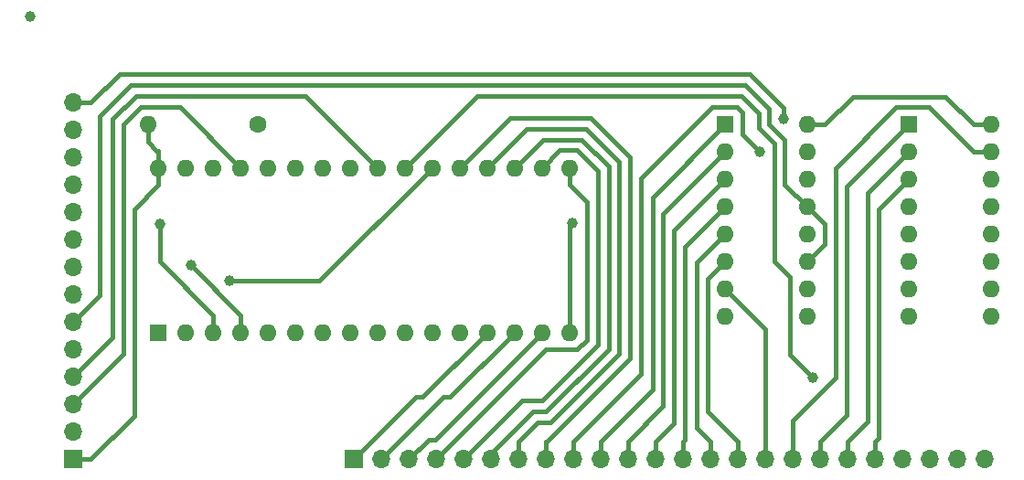
<source format=gbr>
%TF.GenerationSoftware,KiCad,Pcbnew,7.0.2*%
%TF.CreationDate,2023-06-04T12:35:08+01:00*%
%TF.ProjectId,IOCACHE-128K_ZXspectrum_impl_narrow,494f4341-4348-4452-9d31-32384b5f5a58,rev?*%
%TF.SameCoordinates,PX56c8cc0PY510ff40*%
%TF.FileFunction,Copper,L1,Top*%
%TF.FilePolarity,Positive*%
%FSLAX46Y46*%
G04 Gerber Fmt 4.6, Leading zero omitted, Abs format (unit mm)*
G04 Created by KiCad (PCBNEW 7.0.2) date 2023-06-04 12:35:08*
%MOMM*%
%LPD*%
G01*
G04 APERTURE LIST*
%TA.AperFunction,ComponentPad*%
%ADD10R,1.700000X1.700000*%
%TD*%
%TA.AperFunction,ComponentPad*%
%ADD11O,1.700000X1.700000*%
%TD*%
%TA.AperFunction,ComponentPad*%
%ADD12R,1.600000X1.600000*%
%TD*%
%TA.AperFunction,ComponentPad*%
%ADD13O,1.600000X1.600000*%
%TD*%
%TA.AperFunction,ComponentPad*%
%ADD14C,1.600000*%
%TD*%
%TA.AperFunction,ViaPad*%
%ADD15C,1.000000*%
%TD*%
%TA.AperFunction,Conductor*%
%ADD16C,0.400000*%
%TD*%
G04 APERTURE END LIST*
D10*
%TO.P,J1,1,Pin_1*%
%TO.N,+5V*%
X4000000Y-41000000D03*
D11*
%TO.P,J1,2,Pin_2*%
%TO.N,/IOCACHE-128K_ZXspectrum/CACHE_CONTROL.A16*%
X4000000Y-38460000D03*
%TO.P,J1,3,Pin_3*%
%TO.N,/IOCACHE-128K_ZXspectrum/CACHE_CONTROL.WE*%
X4000000Y-35920000D03*
%TO.P,J1,4,Pin_4*%
%TO.N,/IOCACHE-128K_ZXspectrum/CACHE_CONTROL.OE*%
X4000000Y-33380000D03*
%TO.P,J1,5,Pin_5*%
%TO.N,/IOCACHE-128K_ZXspectrum/CACHE_CONTROL.CS*%
X4000000Y-30840000D03*
%TO.P,J1,6,Pin_6*%
%TO.N,/IOCACHE-128K_ZXspectrum/CACHE_CONTROL.DATASTATUS+PERM_Z80_IORQ*%
X4000000Y-28300000D03*
%TO.P,J1,7,Pin_7*%
%TO.N,/IOCACHE-128K_ZXspectrum/Z80_HARDLOCK*%
X4000000Y-25760000D03*
%TO.P,J1,8,Pin_8*%
%TO.N,/IOCACHE-128K_ZXspectrum/CACHE_SEL_0*%
X4000000Y-23220000D03*
%TO.P,J1,9,Pin_9*%
%TO.N,/IOCACHE-128K_ZXspectrum/CACHE_SEL_1*%
X4000000Y-20680000D03*
%TO.P,J1,10,Pin_10*%
%TO.N,/IOCACHE-128K_ZXspectrum/CACHE_SEL_2*%
X4000000Y-18140000D03*
%TO.P,J1,11,Pin_11*%
%TO.N,/IOCACHE-128K_ZXspectrum/CACHE_SEL_3*%
X4000000Y-15600000D03*
%TO.P,J1,12,Pin_12*%
%TO.N,/IOCACHE-128K_ZXspectrum/CACHE_DATASTATUS*%
X4000000Y-13060000D03*
%TO.P,J1,13,Pin_13*%
%TO.N,unconnected-(J1-Pin_13-Pad13)*%
X4000000Y-10520000D03*
%TO.P,J1,14,Pin_14*%
%TO.N,GND*%
X4000000Y-7980000D03*
%TD*%
D12*
%TO.P,IC1,1,Q1*%
%TO.N,/IOCACHE-128K_ZXspectrum/LOCAL_A1*%
X64380000Y-10000000D03*
D13*
%TO.P,IC1,2,Q2*%
%TO.N,/IOCACHE-128K_ZXspectrum/LOCAL_A2*%
X64380000Y-12540000D03*
%TO.P,IC1,3,Q3*%
%TO.N,/IOCACHE-128K_ZXspectrum/LOCAL_A3*%
X64380000Y-15080000D03*
%TO.P,IC1,4,Q4*%
%TO.N,/IOCACHE-128K_ZXspectrum/LOCAL_A4*%
X64380000Y-17620000D03*
%TO.P,IC1,5,Q5*%
%TO.N,/IOCACHE-128K_ZXspectrum/LOCAL_A5*%
X64380000Y-20160000D03*
%TO.P,IC1,6,Q6*%
%TO.N,/IOCACHE-128K_ZXspectrum/LOCAL_A6*%
X64380000Y-22700000D03*
%TO.P,IC1,7,Q7*%
%TO.N,/IOCACHE-128K_ZXspectrum/LOCAL_A7*%
X64380000Y-25240000D03*
%TO.P,IC1,8,GND*%
%TO.N,GND*%
X64380000Y-27780000D03*
%TO.P,IC1,9,~{RCO}*%
%TO.N,Net-(IC1-~{RCO})*%
X72000000Y-27780000D03*
%TO.P,IC1,10,~{MRC}*%
%TO.N,/IOCACHE-128K_ZXspectrum/Z80_HARDLOCK*%
X72000000Y-25240000D03*
%TO.P,IC1,11,CPC*%
%TO.N,/IOCACHE-128K_ZXspectrum/CACHE_CONTROL.DATASTATUS+PERM_Z80_IORQ*%
X72000000Y-22700000D03*
%TO.P,IC1,12,~{CE}*%
%TO.N,/IOCACHE-128K_ZXspectrum/CACHE_DATASTATUS*%
X72000000Y-20160000D03*
%TO.P,IC1,13,CPR*%
%TO.N,/IOCACHE-128K_ZXspectrum/CACHE_CONTROL.DATASTATUS+PERM_Z80_IORQ*%
X72000000Y-17620000D03*
%TO.P,IC1,14,~{OE}*%
%TO.N,/IOCACHE-128K_ZXspectrum/CACHE_DATASTATUS*%
X72000000Y-15080000D03*
%TO.P,IC1,15,Q0*%
%TO.N,/IOCACHE-128K_ZXspectrum/LOCAL_A0*%
X72000000Y-12540000D03*
%TO.P,IC1,16,VCC*%
%TO.N,+5V*%
X72000000Y-10000000D03*
%TD*%
D12*
%TO.P,IC2,1,Q1*%
%TO.N,/IOCACHE-128K_ZXspectrum/LOCAL_A9*%
X81380000Y-10000000D03*
D13*
%TO.P,IC2,2,Q2*%
%TO.N,/IOCACHE-128K_ZXspectrum/LOCAL_A10*%
X81380000Y-12540000D03*
%TO.P,IC2,3,Q3*%
%TO.N,/IOCACHE-128K_ZXspectrum/LOCAL_A11*%
X81380000Y-15080000D03*
%TO.P,IC2,4,Q4*%
%TO.N,unconnected-(IC2-Q4-Pad4)*%
X81380000Y-17620000D03*
%TO.P,IC2,5,Q5*%
%TO.N,unconnected-(IC2-Q5-Pad5)*%
X81380000Y-20160000D03*
%TO.P,IC2,6,Q6*%
%TO.N,unconnected-(IC2-Q6-Pad6)*%
X81380000Y-22700000D03*
%TO.P,IC2,7,Q7*%
%TO.N,unconnected-(IC2-Q7-Pad7)*%
X81380000Y-25240000D03*
%TO.P,IC2,8,GND*%
%TO.N,GND*%
X81380000Y-27780000D03*
%TO.P,IC2,9,~{RCO}*%
%TO.N,unconnected-(IC2-~{RCO}-Pad9)*%
X89000000Y-27780000D03*
%TO.P,IC2,10,~{MRC}*%
%TO.N,/IOCACHE-128K_ZXspectrum/Z80_HARDLOCK*%
X89000000Y-25240000D03*
%TO.P,IC2,11,CPC*%
%TO.N,Net-(IC1-~{RCO})*%
X89000000Y-22700000D03*
%TO.P,IC2,12,~{CE}*%
%TO.N,/IOCACHE-128K_ZXspectrum/CACHE_DATASTATUS*%
X89000000Y-20160000D03*
%TO.P,IC2,13,CPR*%
%TO.N,Net-(IC1-~{RCO})*%
X89000000Y-17620000D03*
%TO.P,IC2,14,~{OE}*%
%TO.N,/IOCACHE-128K_ZXspectrum/CACHE_DATASTATUS*%
X89000000Y-15080000D03*
%TO.P,IC2,15,Q0*%
%TO.N,/IOCACHE-128K_ZXspectrum/LOCAL_A8*%
X89000000Y-12540000D03*
%TO.P,IC2,16,VCC*%
%TO.N,+5V*%
X89000000Y-10000000D03*
%TD*%
D12*
%TO.P,CACHE1,1,NC*%
%TO.N,unconnected-(CACHE1-NC-Pad1)*%
X11900000Y-29240000D03*
D13*
%TO.P,CACHE1,2,A16*%
%TO.N,/IOCACHE-128K_ZXspectrum/CACHE_CONTROL.A16*%
X14440000Y-29240000D03*
%TO.P,CACHE1,3,A14*%
%TO.N,/IOCACHE-128K_ZXspectrum/CACHE_SEL_2*%
X16980000Y-29240000D03*
%TO.P,CACHE1,4,A12*%
%TO.N,/IOCACHE-128K_ZXspectrum/CACHE_SEL_0*%
X19520000Y-29240000D03*
%TO.P,CACHE1,5,A7*%
%TO.N,/IOCACHE-128K_ZXspectrum/LOCAL_A7*%
X22060000Y-29240000D03*
%TO.P,CACHE1,6,A6*%
%TO.N,/IOCACHE-128K_ZXspectrum/LOCAL_A6*%
X24600000Y-29240000D03*
%TO.P,CACHE1,7,A5*%
%TO.N,/IOCACHE-128K_ZXspectrum/LOCAL_A5*%
X27140000Y-29240000D03*
%TO.P,CACHE1,8,A4*%
%TO.N,/IOCACHE-128K_ZXspectrum/LOCAL_A4*%
X29680000Y-29240000D03*
%TO.P,CACHE1,9,A3*%
%TO.N,/IOCACHE-128K_ZXspectrum/LOCAL_A3*%
X32220000Y-29240000D03*
%TO.P,CACHE1,10,A2*%
%TO.N,/IOCACHE-128K_ZXspectrum/LOCAL_A2*%
X34760000Y-29240000D03*
%TO.P,CACHE1,11,A1*%
%TO.N,/IOCACHE-128K_ZXspectrum/LOCAL_A1*%
X37300000Y-29240000D03*
%TO.P,CACHE1,12,A0*%
%TO.N,/IOCACHE-128K_ZXspectrum/LOCAL_A0*%
X39840000Y-29240000D03*
%TO.P,CACHE1,13,DQ0*%
%TO.N,/IOCACHE-128K_ZXspectrum/LOCAL_D0*%
X42380000Y-29240000D03*
%TO.P,CACHE1,14,DQ1*%
%TO.N,/IOCACHE-128K_ZXspectrum/LOCAL_D1*%
X44920000Y-29240000D03*
%TO.P,CACHE1,15,DQ2*%
%TO.N,/IOCACHE-128K_ZXspectrum/LOCAL_D2*%
X47460000Y-29240000D03*
%TO.P,CACHE1,16,VSS*%
%TO.N,GND*%
X50000000Y-29240000D03*
%TO.P,CACHE1,17,DQ3*%
%TO.N,/IOCACHE-128K_ZXspectrum/LOCAL_D3*%
X50000000Y-14000000D03*
%TO.P,CACHE1,18,DQ4*%
%TO.N,/IOCACHE-128K_ZXspectrum/LOCAL_D4*%
X47460000Y-14000000D03*
%TO.P,CACHE1,19,DQ5*%
%TO.N,/IOCACHE-128K_ZXspectrum/LOCAL_D5*%
X44920000Y-14000000D03*
%TO.P,CACHE1,20,DQ6*%
%TO.N,/IOCACHE-128K_ZXspectrum/LOCAL_D6*%
X42380000Y-14000000D03*
%TO.P,CACHE1,21,DQ7*%
%TO.N,/IOCACHE-128K_ZXspectrum/LOCAL_D7*%
X39840000Y-14000000D03*
%TO.P,CACHE1,22,CE#*%
%TO.N,/IOCACHE-128K_ZXspectrum/CACHE_CONTROL.CS*%
X37300000Y-14000000D03*
%TO.P,CACHE1,23,A10*%
%TO.N,/IOCACHE-128K_ZXspectrum/LOCAL_A10*%
X34760000Y-14000000D03*
%TO.P,CACHE1,24,OE#*%
%TO.N,/IOCACHE-128K_ZXspectrum/CACHE_CONTROL.OE*%
X32220000Y-14000000D03*
%TO.P,CACHE1,25,A11*%
%TO.N,/IOCACHE-128K_ZXspectrum/LOCAL_A11*%
X29680000Y-14000000D03*
%TO.P,CACHE1,26,A9*%
%TO.N,/IOCACHE-128K_ZXspectrum/LOCAL_A9*%
X27140000Y-14000000D03*
%TO.P,CACHE1,27,A8*%
%TO.N,/IOCACHE-128K_ZXspectrum/LOCAL_A8*%
X24600000Y-14000000D03*
%TO.P,CACHE1,28,A13*%
%TO.N,/IOCACHE-128K_ZXspectrum/CACHE_SEL_1*%
X22060000Y-14000000D03*
%TO.P,CACHE1,29,WE#*%
%TO.N,/IOCACHE-128K_ZXspectrum/CACHE_CONTROL.WE*%
X19520000Y-14000000D03*
%TO.P,CACHE1,30,CE2#*%
%TO.N,/IOCACHE-128K_ZXspectrum/CACHE_CE2*%
X16980000Y-14000000D03*
%TO.P,CACHE1,31,A15*%
%TO.N,/IOCACHE-128K_ZXspectrum/CACHE_SEL_3*%
X14440000Y-14000000D03*
%TO.P,CACHE1,32,VCC*%
%TO.N,+5V*%
X11900000Y-14000000D03*
%TD*%
D14*
%TO.P,R1,1*%
%TO.N,/IOCACHE-128K_ZXspectrum/CACHE_CE2*%
X21080000Y-10000000D03*
D13*
%TO.P,R1,2*%
%TO.N,+5V*%
X10920000Y-10000000D03*
%TD*%
D10*
%TO.P,J2,1,Pin_1*%
%TO.N,/IOCACHE-128K_ZXspectrum/LOCAL_D0*%
X30000000Y-41000000D03*
D11*
%TO.P,J2,2,Pin_2*%
%TO.N,/IOCACHE-128K_ZXspectrum/LOCAL_D1*%
X32540000Y-41000000D03*
%TO.P,J2,3,Pin_3*%
%TO.N,/IOCACHE-128K_ZXspectrum/LOCAL_D2*%
X35080000Y-41000000D03*
%TO.P,J2,4,Pin_4*%
%TO.N,/IOCACHE-128K_ZXspectrum/LOCAL_D3*%
X37620000Y-41000000D03*
%TO.P,J2,5,Pin_5*%
%TO.N,/IOCACHE-128K_ZXspectrum/LOCAL_D4*%
X40160000Y-41000000D03*
%TO.P,J2,6,Pin_6*%
%TO.N,/IOCACHE-128K_ZXspectrum/LOCAL_D5*%
X42700000Y-41000000D03*
%TO.P,J2,7,Pin_7*%
%TO.N,/IOCACHE-128K_ZXspectrum/LOCAL_D6*%
X45240000Y-41000000D03*
%TO.P,J2,8,Pin_8*%
%TO.N,/IOCACHE-128K_ZXspectrum/LOCAL_D7*%
X47780000Y-41000000D03*
%TO.P,J2,9,Pin_9*%
%TO.N,/IOCACHE-128K_ZXspectrum/LOCAL_A0*%
X50320000Y-41000000D03*
%TO.P,J2,10,Pin_10*%
%TO.N,/IOCACHE-128K_ZXspectrum/LOCAL_A1*%
X52860000Y-41000000D03*
%TO.P,J2,11,Pin_11*%
%TO.N,/IOCACHE-128K_ZXspectrum/LOCAL_A2*%
X55400000Y-41000000D03*
%TO.P,J2,12,Pin_12*%
%TO.N,/IOCACHE-128K_ZXspectrum/LOCAL_A3*%
X57940000Y-41000000D03*
%TO.P,J2,13,Pin_13*%
%TO.N,/IOCACHE-128K_ZXspectrum/LOCAL_A4*%
X60480000Y-41000000D03*
%TO.P,J2,14,Pin_14*%
%TO.N,/IOCACHE-128K_ZXspectrum/LOCAL_A5*%
X63020000Y-41000000D03*
%TO.P,J2,15,Pin_15*%
%TO.N,/IOCACHE-128K_ZXspectrum/LOCAL_A6*%
X65560000Y-41000000D03*
%TO.P,J2,16,Pin_16*%
%TO.N,/IOCACHE-128K_ZXspectrum/LOCAL_A7*%
X68100000Y-41000000D03*
%TO.P,J2,17,Pin_17*%
%TO.N,/IOCACHE-128K_ZXspectrum/LOCAL_A8*%
X70640000Y-41000000D03*
%TO.P,J2,18,Pin_18*%
%TO.N,/IOCACHE-128K_ZXspectrum/LOCAL_A9*%
X73180000Y-41000000D03*
%TO.P,J2,19,Pin_19*%
%TO.N,/IOCACHE-128K_ZXspectrum/LOCAL_A10*%
X75720000Y-41000000D03*
%TO.P,J2,20,Pin_20*%
%TO.N,/IOCACHE-128K_ZXspectrum/LOCAL_A11*%
X78260000Y-41000000D03*
%TO.P,J2,21,Pin_21*%
%TO.N,/IOCACHE-128K_ZXspectrum/LOCAL_A12*%
X80800000Y-41000000D03*
%TO.P,J2,22,Pin_22*%
%TO.N,/IOCACHE-128K_ZXspectrum/LOCAL_A13*%
X83340000Y-41000000D03*
%TO.P,J2,23,Pin_23*%
%TO.N,/IOCACHE-128K_ZXspectrum/LOCAL_A14*%
X85880000Y-41000000D03*
%TO.P,J2,24,Pin_24*%
%TO.N,/IOCACHE-128K_ZXspectrum/LOCAL_A15*%
X88420000Y-41000000D03*
%TD*%
D15*
%TO.N,*%
X0Y0D03*
%TO.N,/IOCACHE-128K_ZXspectrum/CACHE_SEL_2*%
X12022000Y-19230000D03*
%TO.N,/IOCACHE-128K_ZXspectrum/CACHE_SEL_0*%
X14911700Y-23052800D03*
%TO.N,/IOCACHE-128K_ZXspectrum/LOCAL_A0*%
X67615400Y-12540000D03*
%TO.N,GND*%
X50227600Y-19107100D03*
X69836100Y-9457300D03*
%TO.N,/IOCACHE-128K_ZXspectrum/CACHE_CONTROL.CS*%
X18458900Y-24476200D03*
%TO.N,/IOCACHE-128K_ZXspectrum/LOCAL_A10*%
X72513000Y-33456100D03*
%TD*%
D16*
%TO.N,/IOCACHE-128K_ZXspectrum/CACHE_SEL_2*%
X12022000Y-22681900D02*
X12022000Y-19230000D01*
X16980000Y-29240000D02*
X16980000Y-27639900D01*
X16980000Y-27639900D02*
X12022000Y-22681900D01*
%TO.N,/IOCACHE-128K_ZXspectrum/CACHE_SEL_0*%
X19520000Y-29240000D02*
X19520000Y-27639900D01*
X14932900Y-23052800D02*
X14911700Y-23052800D01*
X19520000Y-27639900D02*
X14932900Y-23052800D01*
%TO.N,/IOCACHE-128K_ZXspectrum/LOCAL_A7*%
X64380000Y-25240000D02*
X68100000Y-28960000D01*
X68100000Y-41000000D02*
X68100000Y-39349900D01*
X68100000Y-28960000D02*
X68100000Y-39349900D01*
%TO.N,/IOCACHE-128K_ZXspectrum/LOCAL_A6*%
X65560000Y-39349900D02*
X62760400Y-36550300D01*
X62760400Y-36550300D02*
X62760400Y-24319600D01*
X65560000Y-41000000D02*
X65560000Y-39349900D01*
X62760400Y-24319600D02*
X64380000Y-22700000D01*
%TO.N,/IOCACHE-128K_ZXspectrum/LOCAL_A5*%
X64380000Y-20160000D02*
X61740800Y-22799200D01*
X61740800Y-22799200D02*
X61740800Y-38070700D01*
X61740800Y-38070700D02*
X63020000Y-39349900D01*
X63020000Y-41000000D02*
X63020000Y-39349900D01*
%TO.N,/IOCACHE-128K_ZXspectrum/LOCAL_A4*%
X60667500Y-39162400D02*
X60667500Y-21332500D01*
X60667500Y-21332500D02*
X64380000Y-17620000D01*
X60480000Y-39349900D02*
X60667500Y-39162400D01*
X60480000Y-41000000D02*
X60480000Y-39349900D01*
%TO.N,/IOCACHE-128K_ZXspectrum/LOCAL_A3*%
X59667400Y-37622500D02*
X59667400Y-19792600D01*
X57940000Y-41000000D02*
X57940000Y-39349900D01*
X59667400Y-19792600D02*
X64380000Y-15080000D01*
X57940000Y-39349900D02*
X59667400Y-37622500D01*
%TO.N,/IOCACHE-128K_ZXspectrum/LOCAL_A2*%
X55400000Y-39349900D02*
X58667300Y-36082600D01*
X58667300Y-36082600D02*
X58667300Y-18252700D01*
X58667300Y-18252700D02*
X64380000Y-12540000D01*
X55400000Y-41000000D02*
X55400000Y-39349900D01*
%TO.N,/IOCACHE-128K_ZXspectrum/LOCAL_A1*%
X57667200Y-34542700D02*
X57667200Y-16712800D01*
X52860000Y-41000000D02*
X52860000Y-39349900D01*
X52860000Y-39349900D02*
X57667200Y-34542700D01*
X57667200Y-16712800D02*
X64380000Y-10000000D01*
%TO.N,/IOCACHE-128K_ZXspectrum/LOCAL_A0*%
X56603000Y-14995100D02*
X63218800Y-8379300D01*
X50320000Y-41000000D02*
X50320000Y-39349900D01*
X63218800Y-8379300D02*
X65490800Y-8379300D01*
X50320000Y-39349900D02*
X56603000Y-33066900D01*
X65980200Y-10904800D02*
X67615400Y-12540000D01*
X56603000Y-33066900D02*
X56603000Y-14995100D01*
X65490800Y-8379300D02*
X65980200Y-8868700D01*
X65980200Y-8868700D02*
X65980200Y-10904800D01*
%TO.N,/IOCACHE-128K_ZXspectrum/LOCAL_D0*%
X35755400Y-35244600D02*
X30000000Y-41000000D01*
X42380000Y-29240000D02*
X36375400Y-35244600D01*
X36375400Y-35244600D02*
X35755400Y-35244600D01*
%TO.N,/IOCACHE-128K_ZXspectrum/LOCAL_D1*%
X44920000Y-29240000D02*
X38915400Y-35244600D01*
X38295400Y-35244600D02*
X32540000Y-41000000D01*
X38915400Y-35244600D02*
X38295400Y-35244600D01*
%TO.N,/IOCACHE-128K_ZXspectrum/LOCAL_D2*%
X47460000Y-29240000D02*
X37549700Y-39150300D01*
X36929700Y-39150300D02*
X35080000Y-41000000D01*
X37549700Y-39150300D02*
X36929700Y-39150300D01*
%TO.N,GND*%
X5650100Y-7980000D02*
X8341400Y-5288700D01*
X8341400Y-5288700D02*
X66659900Y-5288700D01*
X69836100Y-8464900D02*
X69836100Y-9457300D01*
X66659900Y-5288700D02*
X69836100Y-8464900D01*
X50000000Y-29240000D02*
X50000000Y-19334700D01*
X4000000Y-7980000D02*
X5650100Y-7980000D01*
X50000000Y-19334700D02*
X50227600Y-19107100D01*
%TO.N,/IOCACHE-128K_ZXspectrum/LOCAL_D3*%
X50697300Y-30840200D02*
X47779800Y-30840200D01*
X50000000Y-14000000D02*
X50000000Y-15600100D01*
X47779800Y-30840200D02*
X37620000Y-41000000D01*
X50000000Y-15600100D02*
X51601200Y-17201300D01*
X51601200Y-17201300D02*
X51601200Y-29936300D01*
X51601200Y-29936300D02*
X50697300Y-30840200D01*
%TO.N,/IOCACHE-128K_ZXspectrum/LOCAL_D4*%
X45586500Y-35573500D02*
X47413100Y-35573500D01*
X47413100Y-35573500D02*
X52602500Y-30384100D01*
X50675900Y-12379800D02*
X49080200Y-12379800D01*
X49080200Y-12379800D02*
X47460000Y-14000000D01*
X52602500Y-14306400D02*
X50675900Y-12379800D01*
X40160000Y-41000000D02*
X45586500Y-35573500D01*
X52602500Y-30384100D02*
X52602500Y-14306400D01*
%TO.N,/IOCACHE-128K_ZXspectrum/LOCAL_D5*%
X42700000Y-40475500D02*
X46601900Y-36573600D01*
X46601900Y-36573600D02*
X47827300Y-36573600D01*
X53602600Y-30798300D02*
X53602600Y-13892200D01*
X42700000Y-41000000D02*
X42700000Y-40475500D01*
X47827300Y-36573600D02*
X53602600Y-30798300D01*
X53602600Y-13892200D02*
X51090100Y-11379700D01*
X51090100Y-11379700D02*
X47540300Y-11379700D01*
X47540300Y-11379700D02*
X44920000Y-14000000D01*
%TO.N,/IOCACHE-128K_ZXspectrum/LOCAL_D6*%
X48241500Y-37573700D02*
X54602700Y-31212500D01*
X54602700Y-31212500D02*
X54602700Y-13478000D01*
X51504300Y-10379600D02*
X46000400Y-10379600D01*
X45240000Y-39349900D02*
X47016200Y-37573700D01*
X45240000Y-41000000D02*
X45240000Y-39349900D01*
X54602700Y-13478000D02*
X51504300Y-10379600D01*
X46000400Y-10379600D02*
X42380000Y-14000000D01*
X47016200Y-37573700D02*
X48241500Y-37573700D01*
%TO.N,/IOCACHE-128K_ZXspectrum/LOCAL_D7*%
X47780000Y-39349900D02*
X47879600Y-39349900D01*
X47780000Y-41000000D02*
X47780000Y-39349900D01*
X55602800Y-13063800D02*
X51918500Y-9379500D01*
X47879600Y-39349900D02*
X55602800Y-31626700D01*
X55602800Y-31626700D02*
X55602800Y-13063800D01*
X44460500Y-9379500D02*
X39840000Y-14000000D01*
X51918500Y-9379500D02*
X44460500Y-9379500D01*
%TO.N,/IOCACHE-128K_ZXspectrum/CACHE_CONTROL.CS*%
X37300000Y-14000000D02*
X26823800Y-24476200D01*
X26823800Y-24476200D02*
X18458900Y-24476200D01*
%TO.N,/IOCACHE-128K_ZXspectrum/LOCAL_A10*%
X68915500Y-22655700D02*
X68915500Y-11789700D01*
X41406500Y-7353500D02*
X34760000Y-14000000D01*
X70399800Y-31342900D02*
X70399800Y-24140000D01*
X77614200Y-16305800D02*
X81380000Y-12540000D01*
X67477400Y-10351600D02*
X67477400Y-8937300D01*
X70399800Y-24140000D02*
X68915500Y-22655700D01*
X68915500Y-11789700D02*
X67477400Y-10351600D01*
X75720000Y-41000000D02*
X75720000Y-39349900D01*
X65893600Y-7353500D02*
X41406500Y-7353500D01*
X72513000Y-33456100D02*
X70399800Y-31342900D01*
X75720000Y-39349900D02*
X77614200Y-37455700D01*
X67477400Y-8937300D02*
X65893600Y-7353500D01*
X77614200Y-37455700D02*
X77614200Y-16305800D01*
%TO.N,/IOCACHE-128K_ZXspectrum/CACHE_CONTROL.OE*%
X7663800Y-29716200D02*
X4000000Y-33380000D01*
X32220000Y-14000000D02*
X25542700Y-7322700D01*
X25542700Y-7322700D02*
X9841000Y-7322700D01*
X7663800Y-9499900D02*
X7663800Y-29716200D01*
X9841000Y-7322700D02*
X7663800Y-9499900D01*
%TO.N,/IOCACHE-128K_ZXspectrum/LOCAL_A11*%
X78260000Y-41000000D02*
X78260000Y-39349900D01*
X78260000Y-39349900D02*
X78614300Y-38995600D01*
X78614300Y-17845700D02*
X81380000Y-15080000D01*
X78614300Y-38995600D02*
X78614300Y-17845700D01*
%TO.N,/IOCACHE-128K_ZXspectrum/LOCAL_A9*%
X73180000Y-39349900D02*
X75614000Y-36915900D01*
X73180000Y-41000000D02*
X73180000Y-39349900D01*
X75614000Y-36915900D02*
X75614000Y-15766000D01*
X75614000Y-15766000D02*
X81380000Y-10000000D01*
%TO.N,/IOCACHE-128K_ZXspectrum/LOCAL_A8*%
X83259700Y-8399800D02*
X80247300Y-8399800D01*
X80247300Y-8399800D02*
X74613800Y-14033300D01*
X74613800Y-14033300D02*
X74613800Y-33391700D01*
X87399900Y-12540000D02*
X83259700Y-8399800D01*
X89000000Y-12540000D02*
X87399900Y-12540000D01*
X70640000Y-37365500D02*
X70640000Y-41000000D01*
X74613800Y-33391700D02*
X70640000Y-37365500D01*
%TO.N,/IOCACHE-128K_ZXspectrum/CACHE_CONTROL.WE*%
X10269600Y-8364000D02*
X8664000Y-9969600D01*
X13884000Y-8364000D02*
X10269600Y-8364000D01*
X19520000Y-14000000D02*
X13884000Y-8364000D01*
X8664000Y-31256000D02*
X4000000Y-35920000D01*
X8664000Y-9969600D02*
X8664000Y-31256000D01*
%TO.N,+5V*%
X73600100Y-10000000D02*
X76207300Y-7392800D01*
X89000000Y-10000000D02*
X87399900Y-10000000D01*
X11900000Y-14000000D02*
X11900000Y-12399900D01*
X9664100Y-17836000D02*
X11900000Y-15600100D01*
X9664100Y-36986000D02*
X9664100Y-17836000D01*
X5650100Y-41000000D02*
X9664100Y-36986000D01*
X11900000Y-14000000D02*
X11900000Y-15600100D01*
X11900000Y-12399900D02*
X11719800Y-12399900D01*
X4000000Y-41000000D02*
X5650100Y-41000000D01*
X72000000Y-10000000D02*
X73600100Y-10000000D01*
X10920000Y-10000000D02*
X10920000Y-11600100D01*
X84792700Y-7392800D02*
X87399900Y-10000000D01*
X76207300Y-7392800D02*
X84792700Y-7392800D01*
X11719800Y-12399900D02*
X10920000Y-11600100D01*
%TO.N,/IOCACHE-128K_ZXspectrum/CACHE_CONTROL.DATASTATUS+PERM_Z80_IORQ*%
X68477500Y-9937400D02*
X68477500Y-8523100D01*
X6510600Y-25789400D02*
X4000000Y-28300000D01*
X9363200Y-6319800D02*
X6510600Y-9172400D01*
X73606900Y-21093100D02*
X73606900Y-19226900D01*
X66274200Y-6319800D02*
X9363200Y-6319800D01*
X68477500Y-8523100D02*
X66274200Y-6319800D01*
X73606900Y-19226900D02*
X72000000Y-17620000D01*
X72000000Y-17620000D02*
X69915600Y-15535600D01*
X69915600Y-11375500D02*
X68477500Y-9937400D01*
X69915600Y-15535600D02*
X69915600Y-11375500D01*
X6510600Y-9172400D02*
X6510600Y-25789400D01*
X72000000Y-22700000D02*
X73606900Y-21093100D01*
%TD*%
M02*

</source>
